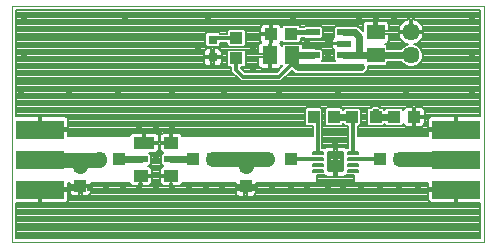
<source format=gtl>
G75*
%MOIN*%
%OFA0B0*%
%FSLAX24Y24*%
%IPPOS*%
%LPD*%
%AMOC8*
5,1,8,0,0,1.08239X$1,22.5*
%
%ADD10C,0.0000*%
%ADD11R,0.0709X0.0394*%
%ADD12R,0.0472X0.0236*%
%ADD13R,0.0472X0.0394*%
%ADD14R,0.0433X0.0394*%
%ADD15R,0.0394X0.0433*%
%ADD16R,0.0394X0.0394*%
%ADD17R,0.0472X0.0217*%
%ADD18R,0.0512X0.0591*%
%ADD19R,0.0591X0.0512*%
%ADD20C,0.0570*%
%ADD21C,0.0148*%
%ADD22C,0.0059*%
%ADD23R,0.0315X0.0315*%
%ADD24R,0.1600X0.0600*%
%ADD25C,0.0079*%
%ADD26C,0.0238*%
%ADD27C,0.0118*%
%ADD28C,0.0120*%
%ADD29C,0.0500*%
%ADD30C,0.0240*%
%ADD31C,0.0160*%
D10*
X002153Y000139D02*
X002153Y008013D01*
X017901Y008013D01*
X017901Y000139D01*
X002153Y000139D01*
D11*
X006563Y003446D03*
D12*
X006444Y002895D03*
X007468Y002895D03*
D13*
X007468Y002344D03*
X006444Y002344D03*
X007468Y003446D03*
D14*
X008196Y002895D03*
X008866Y002895D03*
X005716Y002895D03*
X005047Y002895D03*
X004437Y002679D03*
X004437Y002009D03*
X009633Y006261D03*
X009633Y006931D03*
X010795Y007069D03*
X011464Y007069D03*
X014889Y004313D03*
X015559Y004313D03*
X015086Y002895D03*
X014417Y002895D03*
D15*
X012881Y004313D03*
X012212Y004313D03*
X009948Y002679D03*
X009948Y002009D03*
D16*
X010657Y002895D03*
X011444Y002895D03*
X013492Y004313D03*
X014279Y004313D03*
D17*
X013216Y006380D03*
X013216Y006754D03*
X013216Y007128D03*
X012193Y007128D03*
X012193Y006380D03*
D18*
X011504Y006360D03*
X010756Y006360D03*
D19*
X014279Y006380D03*
X014279Y007128D03*
D20*
X015460Y007147D03*
X015460Y006360D03*
D21*
X012720Y003107D02*
X012720Y002527D01*
X012720Y003107D02*
X013162Y003107D01*
X013162Y002527D01*
X012720Y002527D01*
X012720Y002674D02*
X013162Y002674D01*
X013162Y002821D02*
X012720Y002821D01*
X012720Y002968D02*
X013162Y002968D01*
D22*
X013363Y002945D02*
X013363Y002885D01*
X013363Y002945D02*
X013699Y002945D01*
X013699Y002885D01*
X013363Y002885D01*
X013363Y002943D02*
X013699Y002943D01*
X013363Y003082D02*
X013363Y003142D01*
X013699Y003142D01*
X013699Y003082D01*
X013363Y003082D01*
X013363Y003140D02*
X013699Y003140D01*
X013363Y002748D02*
X013363Y002688D01*
X013363Y002748D02*
X013699Y002748D01*
X013699Y002688D01*
X013363Y002688D01*
X013363Y002746D02*
X013699Y002746D01*
X013363Y002551D02*
X013363Y002491D01*
X013363Y002551D02*
X013699Y002551D01*
X013699Y002491D01*
X013363Y002491D01*
X013363Y002549D02*
X013699Y002549D01*
X012182Y002551D02*
X012182Y002491D01*
X012182Y002551D02*
X012518Y002551D01*
X012518Y002491D01*
X012182Y002491D01*
X012182Y002549D02*
X012518Y002549D01*
X012182Y002688D02*
X012182Y002748D01*
X012518Y002748D01*
X012518Y002688D01*
X012182Y002688D01*
X012182Y002746D02*
X012518Y002746D01*
X012182Y002885D02*
X012182Y002945D01*
X012518Y002945D01*
X012518Y002885D01*
X012182Y002885D01*
X012182Y002943D02*
X012518Y002943D01*
X012182Y003082D02*
X012182Y003142D01*
X012518Y003142D01*
X012518Y003082D01*
X012182Y003082D01*
X012182Y003140D02*
X012518Y003140D01*
D23*
X008846Y006301D03*
X008846Y006891D03*
D24*
X003098Y003891D03*
X003098Y002891D03*
X003098Y001891D03*
X016956Y001891D03*
X016956Y002891D03*
X016956Y003891D03*
D25*
X016917Y003924D02*
X013690Y003924D01*
X013690Y003847D02*
X016017Y003847D01*
X016017Y003852D02*
X016017Y003683D01*
X013690Y003683D01*
X013690Y004016D01*
X013730Y004016D01*
X013788Y004075D01*
X013788Y004551D01*
X013730Y004609D01*
X013254Y004609D01*
X013196Y004551D01*
X013196Y004532D01*
X013178Y004532D01*
X013178Y004570D01*
X013120Y004629D01*
X012643Y004629D01*
X012585Y004570D01*
X012585Y004055D01*
X012643Y003997D01*
X013120Y003997D01*
X013178Y004055D01*
X013178Y004093D01*
X013196Y004093D01*
X013196Y004075D01*
X013254Y004016D01*
X013373Y004016D01*
X013373Y003270D01*
X013310Y003270D01*
X013305Y003265D01*
X013293Y003277D01*
X013244Y003306D01*
X013190Y003320D01*
X012980Y003320D01*
X012980Y002856D01*
X012901Y002856D01*
X012901Y003320D01*
X012691Y003320D01*
X012637Y003306D01*
X012588Y003277D01*
X012576Y003265D01*
X012571Y003270D01*
X012508Y003270D01*
X012508Y004570D01*
X012450Y004629D01*
X011974Y004629D01*
X011916Y004570D01*
X011916Y004055D01*
X011974Y003997D01*
X012192Y003997D01*
X012192Y003683D01*
X007838Y003683D01*
X007834Y003697D01*
X007816Y003729D01*
X007790Y003755D01*
X007758Y003773D01*
X007723Y003783D01*
X007507Y003783D01*
X007507Y003683D01*
X007429Y003683D01*
X007429Y003783D01*
X007214Y003783D01*
X007178Y003773D01*
X007146Y003755D01*
X007120Y003729D01*
X007102Y003697D01*
X007093Y003662D01*
X007093Y003486D01*
X007350Y003486D01*
X007350Y003407D01*
X007093Y003407D01*
X007093Y003231D01*
X007102Y003196D01*
X007120Y003164D01*
X007146Y003138D01*
X007178Y003120D01*
X007204Y003113D01*
X007191Y003113D01*
X007133Y003055D01*
X007133Y002736D01*
X007191Y002678D01*
X007204Y002678D01*
X007178Y002671D01*
X007146Y002652D01*
X007120Y002627D01*
X007102Y002595D01*
X007093Y002559D01*
X007093Y002383D01*
X007350Y002383D01*
X007350Y002305D01*
X007093Y002305D01*
X007093Y002129D01*
X007102Y002093D01*
X007120Y002062D01*
X007146Y002036D01*
X007178Y002017D01*
X007214Y002008D01*
X007429Y002008D01*
X007429Y002108D01*
X007507Y002108D01*
X007507Y002008D01*
X007723Y002008D01*
X007758Y002017D01*
X007790Y002036D01*
X007816Y002062D01*
X007834Y002093D01*
X007838Y002108D01*
X009612Y002108D01*
X009612Y002049D01*
X009909Y002049D01*
X009909Y001970D01*
X009988Y001970D01*
X009988Y002049D01*
X010285Y002049D01*
X010285Y002108D01*
X012265Y002108D01*
X012311Y002154D01*
X012311Y002363D01*
X012571Y002363D01*
X012576Y002368D01*
X012588Y002356D01*
X012637Y002328D01*
X012691Y002313D01*
X012901Y002313D01*
X012901Y002777D01*
X012980Y002777D01*
X012980Y002313D01*
X013190Y002313D01*
X013244Y002328D01*
X013293Y002356D01*
X013305Y002368D01*
X013310Y002363D01*
X013570Y002363D01*
X013570Y002154D01*
X013617Y002108D01*
X016017Y002108D01*
X016017Y001931D01*
X016917Y001931D01*
X016917Y002108D01*
X016996Y002108D01*
X016996Y001931D01*
X016917Y001931D01*
X016917Y001852D01*
X016996Y001852D01*
X016996Y001452D01*
X017762Y001452D01*
X017762Y000279D01*
X002293Y000279D01*
X002293Y001452D01*
X003059Y001452D01*
X003059Y001852D01*
X003137Y001852D01*
X003137Y001452D01*
X003916Y001452D01*
X003952Y001461D01*
X003984Y001480D01*
X004010Y001506D01*
X004028Y001538D01*
X004037Y001573D01*
X004037Y001852D01*
X003137Y001852D01*
X003137Y001931D01*
X003059Y001931D01*
X003059Y002108D01*
X003137Y002108D01*
X003137Y001931D01*
X004037Y001931D01*
X004037Y002108D01*
X004081Y002108D01*
X004081Y002049D01*
X004397Y002049D01*
X004397Y001970D01*
X004081Y001970D01*
X004081Y001794D01*
X004090Y001759D01*
X004109Y001727D01*
X004135Y001701D01*
X004166Y001683D01*
X004202Y001673D01*
X004397Y001673D01*
X004397Y001970D01*
X004476Y001970D01*
X004476Y001673D01*
X004671Y001673D01*
X004707Y001683D01*
X004739Y001701D01*
X004765Y001727D01*
X004783Y001759D01*
X004793Y001794D01*
X004793Y001970D01*
X004476Y001970D01*
X004476Y002049D01*
X004793Y002049D01*
X004793Y002108D01*
X006075Y002108D01*
X006078Y002093D01*
X006097Y002062D01*
X006123Y002036D01*
X006154Y002017D01*
X006190Y002008D01*
X006405Y002008D01*
X006405Y002108D01*
X006484Y002108D01*
X006484Y002008D01*
X006699Y002008D01*
X006735Y002017D01*
X006766Y002036D01*
X006792Y002062D01*
X006811Y002093D01*
X006820Y002129D01*
X006820Y002305D01*
X006563Y002305D01*
X006563Y002383D01*
X006820Y002383D01*
X006820Y002559D01*
X006811Y002595D01*
X006792Y002627D01*
X006766Y002652D01*
X006735Y002671D01*
X006708Y002678D01*
X006722Y002678D01*
X006780Y002736D01*
X006780Y003055D01*
X006724Y003110D01*
X006935Y003110D01*
X006971Y003120D01*
X007003Y003138D01*
X007028Y003164D01*
X007047Y003196D01*
X007056Y003231D01*
X007056Y003407D01*
X006602Y003407D01*
X006602Y003486D01*
X006563Y003486D01*
X006563Y003637D01*
X006523Y003676D01*
X006523Y003783D01*
X006190Y003783D01*
X006154Y003773D01*
X006123Y003755D01*
X006097Y003729D01*
X006078Y003697D01*
X006075Y003683D01*
X004037Y003683D01*
X004037Y003852D01*
X003137Y003852D01*
X003137Y003683D01*
X003059Y003683D01*
X003059Y003852D01*
X003137Y003852D01*
X003137Y003931D01*
X003059Y003931D01*
X003059Y004331D01*
X002293Y004331D01*
X002293Y007874D01*
X017762Y007874D01*
X017762Y004331D01*
X016996Y004331D01*
X016996Y003931D01*
X016917Y003931D01*
X016917Y004331D01*
X016138Y004331D01*
X016103Y004321D01*
X016071Y004303D01*
X016045Y004277D01*
X016026Y004245D01*
X016017Y004210D01*
X016017Y003931D01*
X016917Y003931D01*
X016917Y003852D01*
X016996Y003852D01*
X016996Y003683D01*
X016917Y003683D01*
X016917Y003852D01*
X016017Y003852D01*
X016017Y003770D02*
X013690Y003770D01*
X013690Y003692D02*
X016017Y003692D01*
X016017Y004001D02*
X015856Y004001D01*
X015861Y004004D02*
X015829Y003986D01*
X015794Y003976D01*
X015598Y003976D01*
X015598Y004273D01*
X015519Y004273D01*
X015519Y003976D01*
X015324Y003976D01*
X015288Y003986D01*
X015257Y004004D01*
X015231Y004030D01*
X015212Y004062D01*
X015205Y004088D01*
X015205Y004075D01*
X015147Y004016D01*
X014632Y004016D01*
X014574Y004074D01*
X014517Y004016D01*
X014041Y004016D01*
X013983Y004075D01*
X013983Y004551D01*
X014041Y004609D01*
X014108Y004609D01*
X014188Y004689D01*
X014370Y004689D01*
X014451Y004609D01*
X014517Y004609D01*
X014574Y004552D01*
X014632Y004609D01*
X015147Y004609D01*
X015205Y004551D01*
X015205Y004537D01*
X015212Y004563D01*
X015231Y004595D01*
X015257Y004621D01*
X015288Y004639D01*
X015324Y004649D01*
X015519Y004649D01*
X015519Y004352D01*
X015598Y004352D01*
X015598Y004649D01*
X015794Y004649D01*
X015829Y004639D01*
X015861Y004621D01*
X015887Y004595D01*
X015905Y004563D01*
X015915Y004528D01*
X015915Y004352D01*
X015598Y004352D01*
X015598Y004273D01*
X015915Y004273D01*
X015915Y004097D01*
X015905Y004062D01*
X015887Y004030D01*
X015861Y004004D01*
X015910Y004079D02*
X016017Y004079D01*
X016017Y004156D02*
X015915Y004156D01*
X015915Y004233D02*
X016023Y004233D01*
X016084Y004310D02*
X015598Y004310D01*
X015598Y004233D02*
X015519Y004233D01*
X015519Y004156D02*
X015598Y004156D01*
X015598Y004079D02*
X015519Y004079D01*
X015519Y004001D02*
X015598Y004001D01*
X015261Y004001D02*
X013690Y004001D01*
X013788Y004079D02*
X013983Y004079D01*
X013983Y004156D02*
X013788Y004156D01*
X013788Y004233D02*
X013983Y004233D01*
X013983Y004310D02*
X013788Y004310D01*
X013788Y004388D02*
X013983Y004388D01*
X013983Y004465D02*
X013788Y004465D01*
X013788Y004542D02*
X013983Y004542D01*
X014118Y004619D02*
X013129Y004619D01*
X013178Y004542D02*
X013196Y004542D01*
X012634Y004619D02*
X012459Y004619D01*
X012508Y004542D02*
X012585Y004542D01*
X012585Y004465D02*
X012508Y004465D01*
X012508Y004388D02*
X012585Y004388D01*
X012585Y004310D02*
X012508Y004310D01*
X012508Y004233D02*
X012585Y004233D01*
X012585Y004156D02*
X012508Y004156D01*
X012508Y004079D02*
X012585Y004079D01*
X012639Y004001D02*
X012508Y004001D01*
X012508Y003924D02*
X013373Y003924D01*
X013373Y003847D02*
X012508Y003847D01*
X012508Y003770D02*
X013373Y003770D01*
X013373Y003692D02*
X012508Y003692D01*
X012508Y003615D02*
X013373Y003615D01*
X013373Y003538D02*
X012508Y003538D01*
X012508Y003461D02*
X013373Y003461D01*
X013373Y003383D02*
X012508Y003383D01*
X012508Y003306D02*
X012639Y003306D01*
X012901Y003306D02*
X012980Y003306D01*
X012980Y003229D02*
X012901Y003229D01*
X012901Y003152D02*
X012980Y003152D01*
X012980Y003075D02*
X012901Y003075D01*
X012901Y002997D02*
X012980Y002997D01*
X012980Y002920D02*
X012901Y002920D01*
X012901Y002766D02*
X012980Y002766D01*
X012980Y002688D02*
X012901Y002688D01*
X012901Y002611D02*
X012980Y002611D01*
X012980Y002534D02*
X012901Y002534D01*
X012901Y002457D02*
X012980Y002457D01*
X012980Y002379D02*
X012901Y002379D01*
X012311Y002302D02*
X013570Y002302D01*
X013570Y002225D02*
X012311Y002225D01*
X012304Y002148D02*
X013577Y002148D01*
X013373Y003306D02*
X013242Y003306D01*
X013124Y004001D02*
X013373Y004001D01*
X013196Y004079D02*
X013178Y004079D01*
X012192Y003924D02*
X003137Y003924D01*
X003137Y003931D02*
X004037Y003931D01*
X004037Y004210D01*
X004028Y004245D01*
X004010Y004277D01*
X003984Y004303D01*
X003952Y004321D01*
X003916Y004331D01*
X003137Y004331D01*
X003137Y003931D01*
X003137Y004001D02*
X003059Y004001D01*
X003059Y004079D02*
X003137Y004079D01*
X003137Y004156D02*
X003059Y004156D01*
X003059Y004233D02*
X003137Y004233D01*
X003137Y004310D02*
X003059Y004310D01*
X002293Y004388D02*
X011916Y004388D01*
X011916Y004465D02*
X002293Y004465D01*
X002293Y004542D02*
X011916Y004542D01*
X011965Y004619D02*
X002293Y004619D01*
X002293Y004697D02*
X017762Y004697D01*
X017762Y004774D02*
X002293Y004774D01*
X002293Y004851D02*
X017762Y004851D01*
X017762Y004928D02*
X002293Y004928D01*
X002293Y005006D02*
X017762Y005006D01*
X017762Y005083D02*
X002293Y005083D01*
X002293Y005160D02*
X017762Y005160D01*
X017762Y005237D02*
X002293Y005237D01*
X002293Y005314D02*
X017762Y005314D01*
X017762Y005392D02*
X002293Y005392D01*
X002293Y005469D02*
X017762Y005469D01*
X017762Y005546D02*
X011170Y005546D01*
X011116Y005493D02*
X011480Y005856D01*
X011590Y005747D01*
X013898Y005747D01*
X014026Y005875D01*
X014026Y006024D01*
X014616Y006024D01*
X014674Y006082D01*
X014674Y006140D01*
X015136Y006140D01*
X015243Y006034D01*
X015384Y005975D01*
X015537Y005975D01*
X015678Y006034D01*
X015786Y006142D01*
X015845Y006283D01*
X015845Y006436D01*
X015786Y006578D01*
X015678Y006686D01*
X015561Y006734D01*
X015623Y006754D01*
X015683Y006784D01*
X015737Y006824D01*
X015784Y006871D01*
X015823Y006925D01*
X015854Y006984D01*
X015874Y007048D01*
X015885Y007114D01*
X015885Y007118D01*
X015490Y007118D01*
X015490Y007177D01*
X015431Y007177D01*
X015431Y007572D01*
X015427Y007572D01*
X015361Y007561D01*
X015297Y007541D01*
X015238Y007510D01*
X015184Y007471D01*
X015137Y007424D01*
X015097Y007370D01*
X015067Y007310D01*
X015046Y007247D01*
X015036Y007181D01*
X015036Y007177D01*
X015431Y007177D01*
X015431Y007118D01*
X015036Y007118D01*
X015036Y007114D01*
X015046Y007048D01*
X015067Y006984D01*
X015097Y006925D01*
X015137Y006871D01*
X015184Y006824D01*
X015238Y006784D01*
X015297Y006754D01*
X015359Y006734D01*
X015243Y006686D01*
X015136Y006579D01*
X014674Y006579D01*
X014674Y006677D01*
X014616Y006735D01*
X014602Y006735D01*
X014628Y006742D01*
X014660Y006760D01*
X014686Y006786D01*
X014704Y006818D01*
X014714Y006853D01*
X014714Y007088D01*
X014319Y007088D01*
X014319Y007167D01*
X014714Y007167D01*
X014714Y007402D01*
X014704Y007437D01*
X014686Y007469D01*
X014660Y007495D01*
X014628Y007513D01*
X014593Y007523D01*
X014319Y007523D01*
X014319Y007167D01*
X014240Y007167D01*
X014240Y007523D01*
X013966Y007523D01*
X013930Y007513D01*
X013898Y007495D01*
X013872Y007469D01*
X013854Y007437D01*
X013844Y007402D01*
X013844Y007183D01*
X013819Y007209D01*
X013681Y007347D01*
X013125Y007347D01*
X013114Y007335D01*
X012939Y007335D01*
X012881Y007277D01*
X012881Y006978D01*
X012890Y006969D01*
X012868Y006947D01*
X012850Y006916D01*
X012841Y006880D01*
X012841Y006768D01*
X013201Y006768D01*
X013201Y006739D01*
X012841Y006739D01*
X012841Y006627D01*
X012850Y006591D01*
X012868Y006560D01*
X012890Y006538D01*
X012881Y006529D01*
X012881Y006230D01*
X012925Y006186D01*
X012484Y006186D01*
X012528Y006230D01*
X012528Y006529D01*
X012470Y006587D01*
X012295Y006587D01*
X012283Y006599D01*
X011859Y006599D01*
X011859Y006696D01*
X011801Y006754D01*
X011206Y006754D01*
X011148Y006696D01*
X011148Y006683D01*
X011141Y006709D01*
X011123Y006741D01*
X011100Y006763D01*
X011123Y006786D01*
X011141Y006818D01*
X011148Y006844D01*
X011148Y006830D01*
X011206Y006772D01*
X011722Y006772D01*
X011780Y006830D01*
X011780Y006948D01*
X011887Y006948D01*
X011915Y006920D01*
X012470Y006920D01*
X012528Y006978D01*
X012528Y007277D01*
X012470Y007335D01*
X011915Y007335D01*
X011887Y007307D01*
X011780Y007307D01*
X011722Y007365D01*
X011206Y007365D01*
X011148Y007307D01*
X011148Y007293D01*
X011141Y007319D01*
X011123Y007351D01*
X011097Y007377D01*
X011065Y007395D01*
X011030Y007405D01*
X010834Y007405D01*
X010834Y007108D01*
X010756Y007108D01*
X010756Y007405D01*
X010560Y007405D01*
X010525Y007395D01*
X010493Y007377D01*
X010467Y007351D01*
X010448Y007319D01*
X010439Y007284D01*
X010439Y007108D01*
X010756Y007108D01*
X010756Y007029D01*
X010834Y007029D01*
X010834Y006794D01*
X010795Y006794D01*
X010795Y006399D01*
X010716Y006399D01*
X010716Y006320D01*
X010795Y006320D01*
X010795Y005925D01*
X011030Y005925D01*
X011065Y005935D01*
X011097Y005953D01*
X011123Y005979D01*
X011141Y006011D01*
X011148Y006037D01*
X011148Y006023D01*
X011174Y005998D01*
X010985Y005810D01*
X009935Y005810D01*
X009792Y005953D01*
X009792Y005965D01*
X009891Y005965D01*
X009949Y006023D01*
X009949Y006499D01*
X009891Y006558D01*
X009376Y006558D01*
X009318Y006499D01*
X009318Y006023D01*
X009376Y005965D01*
X009475Y005965D01*
X009475Y005822D01*
X009711Y005586D01*
X009804Y005493D01*
X011116Y005493D01*
X011247Y005623D02*
X017762Y005623D01*
X017762Y005701D02*
X011324Y005701D01*
X011402Y005778D02*
X011559Y005778D01*
X011481Y005855D02*
X011479Y005855D01*
X011162Y006010D02*
X011141Y006010D01*
X011108Y005932D02*
X011057Y005932D01*
X011031Y005855D02*
X009890Y005855D01*
X009813Y005932D02*
X010454Y005932D01*
X010446Y005935D02*
X010481Y005925D01*
X010716Y005925D01*
X010716Y006320D01*
X010360Y006320D01*
X010360Y006046D01*
X010370Y006011D01*
X010388Y005979D01*
X010414Y005953D01*
X010446Y005935D01*
X010370Y006010D02*
X009936Y006010D01*
X009949Y006087D02*
X010360Y006087D01*
X010360Y006164D02*
X009949Y006164D01*
X009949Y006241D02*
X010360Y006241D01*
X010360Y006319D02*
X009949Y006319D01*
X009949Y006396D02*
X010716Y006396D01*
X010716Y006399D02*
X010360Y006399D01*
X010360Y006673D01*
X010370Y006709D01*
X010388Y006741D01*
X010414Y006767D01*
X010446Y006785D01*
X010465Y006790D01*
X010448Y006818D01*
X010439Y006853D01*
X010439Y007029D01*
X010756Y007029D01*
X010756Y006732D01*
X010716Y006732D01*
X010716Y006399D01*
X010716Y006473D02*
X010795Y006473D01*
X010795Y006550D02*
X010716Y006550D01*
X010716Y006628D02*
X010795Y006628D01*
X010795Y006705D02*
X010716Y006705D01*
X010756Y006782D02*
X010795Y006782D01*
X010756Y006859D02*
X010834Y006859D01*
X010834Y006937D02*
X010756Y006937D01*
X010756Y007014D02*
X010834Y007014D01*
X010756Y007091D02*
X009949Y007091D01*
X009949Y007014D02*
X010439Y007014D01*
X010439Y006937D02*
X009949Y006937D01*
X009949Y006859D02*
X010439Y006859D01*
X010441Y006782D02*
X009949Y006782D01*
X009949Y006705D02*
X010369Y006705D01*
X010360Y006628D02*
X002293Y006628D01*
X002293Y006705D02*
X008589Y006705D01*
X008589Y006693D02*
X008647Y006634D01*
X009045Y006634D01*
X009103Y006693D01*
X009103Y006772D01*
X009318Y006772D01*
X009318Y006693D01*
X009376Y006634D01*
X009891Y006634D01*
X009949Y006693D01*
X009949Y007169D01*
X009891Y007227D01*
X009376Y007227D01*
X009318Y007169D01*
X009318Y007089D01*
X009103Y007089D01*
X009103Y007090D01*
X009045Y007148D01*
X008647Y007148D01*
X008589Y007090D01*
X008589Y006693D01*
X008589Y006782D02*
X002293Y006782D01*
X002293Y006859D02*
X008589Y006859D01*
X008589Y006937D02*
X002293Y006937D01*
X002293Y007014D02*
X008589Y007014D01*
X008590Y007091D02*
X002293Y007091D01*
X002293Y007168D02*
X009318Y007168D01*
X009318Y007091D02*
X009102Y007091D01*
X009103Y006705D02*
X009318Y006705D01*
X009368Y006550D02*
X009109Y006550D01*
X009115Y006544D02*
X009089Y006570D01*
X009057Y006588D01*
X009022Y006598D01*
X008885Y006598D01*
X008885Y006340D01*
X008807Y006340D01*
X008807Y006598D01*
X008670Y006598D01*
X008635Y006588D01*
X008603Y006570D01*
X008577Y006544D01*
X008559Y006512D01*
X008549Y006477D01*
X008549Y006340D01*
X008807Y006340D01*
X008807Y006261D01*
X008885Y006261D01*
X008885Y006004D01*
X009022Y006004D01*
X009057Y006013D01*
X009089Y006032D01*
X009115Y006058D01*
X009133Y006090D01*
X009143Y006125D01*
X009143Y006261D01*
X008885Y006261D01*
X008885Y006340D01*
X009143Y006340D01*
X009143Y006477D01*
X009133Y006512D01*
X009115Y006544D01*
X009143Y006473D02*
X009318Y006473D01*
X009318Y006396D02*
X009143Y006396D01*
X009143Y006241D02*
X009318Y006241D01*
X009318Y006164D02*
X009143Y006164D01*
X009132Y006087D02*
X009318Y006087D01*
X009331Y006010D02*
X009043Y006010D01*
X008885Y006010D02*
X008807Y006010D01*
X008807Y006004D02*
X008670Y006004D01*
X008635Y006013D01*
X008603Y006032D01*
X008577Y006058D01*
X008559Y006090D01*
X008549Y006125D01*
X008549Y006261D01*
X008807Y006261D01*
X008807Y006004D01*
X008807Y006087D02*
X008885Y006087D01*
X008885Y006164D02*
X008807Y006164D01*
X008807Y006241D02*
X008885Y006241D01*
X008885Y006319D02*
X009318Y006319D01*
X008885Y006396D02*
X008807Y006396D01*
X008807Y006473D02*
X008885Y006473D01*
X008885Y006550D02*
X008807Y006550D01*
X008584Y006550D02*
X002293Y006550D01*
X002293Y006473D02*
X008549Y006473D01*
X008549Y006396D02*
X002293Y006396D01*
X002293Y006319D02*
X008807Y006319D01*
X008549Y006241D02*
X002293Y006241D01*
X002293Y006164D02*
X008549Y006164D01*
X008560Y006087D02*
X002293Y006087D01*
X002293Y006010D02*
X008649Y006010D01*
X009475Y005932D02*
X002293Y005932D01*
X002293Y005855D02*
X009475Y005855D01*
X009519Y005778D02*
X002293Y005778D01*
X002293Y005701D02*
X009596Y005701D01*
X009673Y005623D02*
X002293Y005623D01*
X002293Y005546D02*
X009751Y005546D01*
X010716Y005932D02*
X010795Y005932D01*
X010795Y006010D02*
X010716Y006010D01*
X010716Y006087D02*
X010795Y006087D01*
X010795Y006164D02*
X010716Y006164D01*
X010716Y006241D02*
X010795Y006241D01*
X010795Y006319D02*
X010716Y006319D01*
X010360Y006473D02*
X009949Y006473D01*
X009898Y006550D02*
X010360Y006550D01*
X011119Y006782D02*
X011197Y006782D01*
X011157Y006705D02*
X011142Y006705D01*
X011732Y006782D02*
X012841Y006782D01*
X012841Y006705D02*
X011850Y006705D01*
X011859Y006628D02*
X012841Y006628D01*
X012878Y006550D02*
X012507Y006550D01*
X012528Y006473D02*
X012881Y006473D01*
X012881Y006396D02*
X012528Y006396D01*
X012528Y006319D02*
X012881Y006319D01*
X012881Y006241D02*
X012528Y006241D01*
X012841Y006859D02*
X011780Y006859D01*
X011780Y006937D02*
X011899Y006937D01*
X011903Y007323D02*
X011764Y007323D01*
X011164Y007323D02*
X011139Y007323D01*
X011048Y007400D02*
X013844Y007400D01*
X013844Y007323D02*
X013705Y007323D01*
X013782Y007245D02*
X013844Y007245D01*
X013881Y007477D02*
X002293Y007477D01*
X002293Y007400D02*
X010542Y007400D01*
X010451Y007323D02*
X002293Y007323D01*
X002293Y007245D02*
X010439Y007245D01*
X010439Y007168D02*
X009949Y007168D01*
X010756Y007168D02*
X010834Y007168D01*
X010834Y007245D02*
X010756Y007245D01*
X010756Y007323D02*
X010834Y007323D01*
X010834Y007400D02*
X010756Y007400D01*
X012482Y007323D02*
X012926Y007323D01*
X012881Y007245D02*
X012528Y007245D01*
X012528Y007168D02*
X012881Y007168D01*
X012881Y007091D02*
X012528Y007091D01*
X012528Y007014D02*
X012881Y007014D01*
X012862Y006937D02*
X012487Y006937D01*
X014240Y007168D02*
X014319Y007168D01*
X014319Y007091D02*
X015039Y007091D01*
X015057Y007014D02*
X014714Y007014D01*
X014714Y006937D02*
X015091Y006937D01*
X015148Y006859D02*
X014714Y006859D01*
X014682Y006782D02*
X015242Y006782D01*
X015289Y006705D02*
X014646Y006705D01*
X014674Y006628D02*
X015184Y006628D01*
X015632Y006705D02*
X017762Y006705D01*
X017762Y006782D02*
X015678Y006782D01*
X015772Y006859D02*
X017762Y006859D01*
X017762Y006937D02*
X015829Y006937D01*
X015863Y007014D02*
X017762Y007014D01*
X017762Y007091D02*
X015881Y007091D01*
X015885Y007177D02*
X015885Y007181D01*
X015874Y007247D01*
X015854Y007310D01*
X015823Y007370D01*
X015784Y007424D01*
X015737Y007471D01*
X015683Y007510D01*
X015623Y007541D01*
X015560Y007561D01*
X015494Y007572D01*
X015490Y007572D01*
X015490Y007177D01*
X015885Y007177D01*
X015874Y007245D02*
X017762Y007245D01*
X017762Y007168D02*
X015490Y007168D01*
X015431Y007168D02*
X014714Y007168D01*
X014714Y007245D02*
X015046Y007245D01*
X015073Y007323D02*
X014714Y007323D01*
X014714Y007400D02*
X015119Y007400D01*
X015192Y007477D02*
X014678Y007477D01*
X014319Y007477D02*
X014240Y007477D01*
X014240Y007400D02*
X014319Y007400D01*
X014319Y007323D02*
X014240Y007323D01*
X014240Y007245D02*
X014319Y007245D01*
X015340Y007554D02*
X002293Y007554D01*
X002293Y007632D02*
X017762Y007632D01*
X017762Y007709D02*
X002293Y007709D01*
X002293Y007786D02*
X017762Y007786D01*
X017762Y007863D02*
X002293Y007863D01*
X003971Y004310D02*
X011916Y004310D01*
X011916Y004233D02*
X004031Y004233D01*
X004037Y004156D02*
X011916Y004156D01*
X011916Y004079D02*
X004037Y004079D01*
X004037Y004001D02*
X011969Y004001D01*
X012192Y003847D02*
X004037Y003847D01*
X004037Y003770D02*
X006148Y003770D01*
X006077Y003692D02*
X004037Y003692D01*
X003137Y003692D02*
X003059Y003692D01*
X003059Y003770D02*
X003137Y003770D01*
X003137Y003847D02*
X003059Y003847D01*
X003059Y002070D02*
X003137Y002070D01*
X003137Y001993D02*
X003059Y001993D01*
X003137Y001916D02*
X004081Y001916D01*
X004081Y001839D02*
X004037Y001839D01*
X004037Y001761D02*
X004090Y001761D01*
X004037Y001684D02*
X004164Y001684D01*
X004037Y001607D02*
X016017Y001607D01*
X016017Y001573D02*
X016026Y001538D01*
X016045Y001506D01*
X016071Y001480D01*
X016103Y001461D01*
X016138Y001452D01*
X016917Y001452D01*
X016917Y001852D01*
X016017Y001852D01*
X016017Y001573D01*
X016031Y001530D02*
X004023Y001530D01*
X003918Y001452D02*
X016136Y001452D01*
X016017Y001684D02*
X010234Y001684D01*
X010231Y001681D02*
X010257Y001707D01*
X010275Y001739D01*
X010285Y001775D01*
X010285Y001970D01*
X009988Y001970D01*
X009988Y001654D01*
X010164Y001654D01*
X010199Y001663D01*
X010231Y001681D01*
X010281Y001761D02*
X016017Y001761D01*
X016017Y001839D02*
X010285Y001839D01*
X010285Y001916D02*
X016917Y001916D01*
X016917Y001993D02*
X016996Y001993D01*
X016996Y002070D02*
X016917Y002070D01*
X016917Y001839D02*
X016996Y001839D01*
X016996Y001761D02*
X016917Y001761D01*
X016917Y001684D02*
X016996Y001684D01*
X016996Y001607D02*
X016917Y001607D01*
X016917Y001530D02*
X016996Y001530D01*
X016996Y001452D02*
X016917Y001452D01*
X017762Y001375D02*
X002293Y001375D01*
X002293Y001298D02*
X017762Y001298D01*
X017762Y001221D02*
X002293Y001221D01*
X002293Y001143D02*
X017762Y001143D01*
X017762Y001066D02*
X002293Y001066D01*
X002293Y000989D02*
X017762Y000989D01*
X017762Y000912D02*
X002293Y000912D01*
X002293Y000835D02*
X017762Y000835D01*
X017762Y000757D02*
X002293Y000757D01*
X002293Y000680D02*
X017762Y000680D01*
X017762Y000603D02*
X002293Y000603D01*
X002293Y000526D02*
X017762Y000526D01*
X017762Y000448D02*
X002293Y000448D01*
X002293Y000371D02*
X017762Y000371D01*
X017762Y000294D02*
X002293Y000294D01*
X003059Y001452D02*
X003137Y001452D01*
X003137Y001530D02*
X003059Y001530D01*
X003059Y001607D02*
X003137Y001607D01*
X003137Y001684D02*
X003059Y001684D01*
X003059Y001761D02*
X003137Y001761D01*
X003137Y001839D02*
X003059Y001839D01*
X004037Y001993D02*
X004397Y001993D01*
X004397Y001916D02*
X004476Y001916D01*
X004476Y001993D02*
X009909Y001993D01*
X009909Y001970D02*
X009612Y001970D01*
X009612Y001775D01*
X009622Y001739D01*
X009640Y001707D01*
X009666Y001681D01*
X009698Y001663D01*
X009733Y001654D01*
X009909Y001654D01*
X009909Y001970D01*
X009909Y001916D02*
X009988Y001916D01*
X009988Y001993D02*
X016017Y001993D01*
X016017Y002070D02*
X010285Y002070D01*
X009988Y001839D02*
X009909Y001839D01*
X009909Y001761D02*
X009988Y001761D01*
X009988Y001684D02*
X009909Y001684D01*
X009663Y001684D02*
X004709Y001684D01*
X004784Y001761D02*
X009616Y001761D01*
X009612Y001839D02*
X004793Y001839D01*
X004793Y001916D02*
X009612Y001916D01*
X009612Y002070D02*
X007821Y002070D01*
X007507Y002070D02*
X007429Y002070D01*
X007115Y002070D02*
X006797Y002070D01*
X006820Y002148D02*
X007093Y002148D01*
X007093Y002225D02*
X006820Y002225D01*
X006820Y002302D02*
X007093Y002302D01*
X007350Y002379D02*
X006563Y002379D01*
X006820Y002457D02*
X007093Y002457D01*
X007093Y002534D02*
X006820Y002534D01*
X006801Y002611D02*
X007111Y002611D01*
X007180Y002688D02*
X006732Y002688D01*
X006780Y002766D02*
X007133Y002766D01*
X007133Y002843D02*
X006780Y002843D01*
X006780Y002920D02*
X007133Y002920D01*
X007133Y002997D02*
X006780Y002997D01*
X006760Y003075D02*
X007152Y003075D01*
X007133Y003152D02*
X007016Y003152D01*
X007056Y003229D02*
X007093Y003229D01*
X007093Y003306D02*
X007056Y003306D01*
X007056Y003383D02*
X007093Y003383D01*
X007056Y003486D02*
X007056Y003662D01*
X007047Y003697D01*
X007028Y003729D01*
X007003Y003755D01*
X006971Y003773D01*
X006935Y003783D01*
X006602Y003783D01*
X006602Y003486D01*
X007056Y003486D01*
X007056Y003538D02*
X007093Y003538D01*
X007093Y003615D02*
X007056Y003615D01*
X007048Y003692D02*
X007101Y003692D01*
X007172Y003770D02*
X006977Y003770D01*
X006602Y003770D02*
X006523Y003770D01*
X006523Y003692D02*
X006602Y003692D01*
X006602Y003615D02*
X006563Y003615D01*
X006563Y003538D02*
X006602Y003538D01*
X006602Y003461D02*
X007350Y003461D01*
X007429Y003692D02*
X007507Y003692D01*
X007507Y003770D02*
X007429Y003770D01*
X007764Y003770D02*
X012192Y003770D01*
X012192Y003692D02*
X007835Y003692D01*
X006484Y002070D02*
X006405Y002070D01*
X006092Y002070D02*
X004793Y002070D01*
X004476Y001839D02*
X004397Y001839D01*
X004397Y001761D02*
X004476Y001761D01*
X004476Y001684D02*
X004397Y001684D01*
X004081Y002070D02*
X004037Y002070D01*
X013929Y005778D02*
X017762Y005778D01*
X017762Y005855D02*
X014006Y005855D01*
X014026Y005932D02*
X017762Y005932D01*
X017762Y006010D02*
X015619Y006010D01*
X015731Y006087D02*
X017762Y006087D01*
X017762Y006164D02*
X015795Y006164D01*
X015827Y006241D02*
X017762Y006241D01*
X017762Y006319D02*
X015845Y006319D01*
X015845Y006396D02*
X017762Y006396D01*
X017762Y006473D02*
X015829Y006473D01*
X015797Y006550D02*
X017762Y006550D01*
X017762Y006628D02*
X015736Y006628D01*
X015490Y007245D02*
X015431Y007245D01*
X015431Y007323D02*
X015490Y007323D01*
X015490Y007400D02*
X015431Y007400D01*
X015431Y007477D02*
X015490Y007477D01*
X015490Y007554D02*
X015431Y007554D01*
X015580Y007554D02*
X017762Y007554D01*
X017762Y007477D02*
X015728Y007477D01*
X015801Y007400D02*
X017762Y007400D01*
X017762Y007323D02*
X015847Y007323D01*
X015190Y006087D02*
X014674Y006087D01*
X015301Y006010D02*
X014026Y006010D01*
X014440Y004619D02*
X015255Y004619D01*
X015207Y004542D02*
X015205Y004542D01*
X015519Y004542D02*
X015598Y004542D01*
X015598Y004465D02*
X015519Y004465D01*
X015519Y004388D02*
X015598Y004388D01*
X015915Y004388D02*
X017762Y004388D01*
X017762Y004465D02*
X015915Y004465D01*
X015911Y004542D02*
X017762Y004542D01*
X017762Y004619D02*
X015862Y004619D01*
X015598Y004619D02*
X015519Y004619D01*
X015208Y004079D02*
X015205Y004079D01*
X016917Y004079D02*
X016996Y004079D01*
X016996Y004156D02*
X016917Y004156D01*
X016917Y004233D02*
X016996Y004233D01*
X016996Y004310D02*
X016917Y004310D01*
X016917Y004001D02*
X016996Y004001D01*
X016996Y003847D02*
X016917Y003847D01*
X016917Y003770D02*
X016996Y003770D01*
X016996Y003692D02*
X016917Y003692D01*
D26*
X016956Y003840D03*
X016326Y003840D03*
X015696Y003840D03*
X015067Y003840D03*
X014437Y003840D03*
X013807Y003840D03*
X013177Y003840D03*
X012941Y003525D03*
X012704Y003840D03*
X011996Y003840D03*
X011444Y003840D03*
X010815Y003840D03*
X010263Y003840D03*
X009712Y003840D03*
X009161Y003840D03*
X008610Y003840D03*
X008059Y003840D03*
X007507Y003919D03*
X006956Y003919D03*
X006405Y003919D03*
X005854Y003840D03*
X005303Y003840D03*
X004752Y003840D03*
X004200Y003840D03*
X003649Y003840D03*
X003098Y003840D03*
X002468Y003840D03*
X002468Y005179D03*
X004043Y005179D03*
X005696Y005179D03*
X007507Y005179D03*
X009240Y005179D03*
X010185Y005966D03*
X010185Y006517D03*
X010342Y007226D03*
X011523Y007620D03*
X012704Y007226D03*
X012704Y006754D03*
X011996Y006754D03*
X012704Y006281D03*
X013807Y005966D03*
X013019Y005179D03*
X014279Y004470D03*
X015303Y005179D03*
X017507Y005179D03*
X017507Y006439D03*
X017507Y007620D03*
X014909Y007620D03*
X014279Y007620D03*
X013728Y007620D03*
X011051Y005179D03*
X008374Y006596D03*
X008689Y007620D03*
X005933Y007620D03*
X002547Y007620D03*
X002547Y006439D03*
X006956Y002895D03*
X005854Y001950D03*
X005303Y001950D03*
X004752Y001950D03*
X004200Y001950D03*
X003649Y001950D03*
X003098Y001950D03*
X002468Y001950D03*
X002468Y000612D03*
X004043Y000612D03*
X005696Y000612D03*
X007507Y000612D03*
X009240Y000612D03*
X011051Y000612D03*
X013019Y000612D03*
X015303Y000612D03*
X015067Y001950D03*
X014437Y001950D03*
X013807Y001950D03*
X013177Y001950D03*
X012704Y001950D03*
X011996Y001950D03*
X011444Y001950D03*
X010815Y001950D03*
X010263Y001950D03*
X009712Y001950D03*
X009161Y001950D03*
X008610Y001950D03*
X008059Y001950D03*
X007507Y001872D03*
X006956Y001872D03*
X006405Y001872D03*
X012941Y002580D03*
X012941Y003053D03*
X015696Y001950D03*
X016326Y001950D03*
X016956Y001950D03*
X017507Y001950D03*
X017507Y000612D03*
X017507Y003840D03*
D27*
X013531Y004273D02*
X013531Y003112D01*
X012350Y003112D02*
X012350Y004175D01*
X012212Y004313D01*
X013492Y004313D02*
X013531Y004273D01*
X011523Y006124D02*
X011051Y005651D01*
X009870Y005651D01*
X009633Y005887D01*
X009633Y006261D01*
X008885Y006931D02*
X008846Y006891D01*
X008885Y006931D02*
X009633Y006931D01*
X003649Y003840D02*
X003098Y003840D01*
X002468Y003840D01*
X002468Y001950D02*
X003098Y001950D01*
X003649Y001950D01*
D28*
X011444Y002895D02*
X011464Y002915D01*
X012350Y002915D01*
X013531Y002915D02*
X014397Y002915D01*
X014417Y002895D01*
X016326Y001950D02*
X016956Y001950D01*
X017507Y001950D01*
X017507Y003840D02*
X016956Y003840D01*
X016326Y003840D01*
D29*
X016952Y002895D02*
X015086Y002895D01*
X016952Y002895D02*
X016956Y002891D01*
X010657Y002895D02*
X010027Y002895D01*
X009948Y002817D01*
X009948Y002679D01*
X010027Y002895D02*
X008866Y002895D01*
X005047Y002895D02*
X005043Y002891D01*
X004437Y002891D01*
X004437Y002679D01*
X004437Y002891D02*
X003098Y002891D01*
D30*
X005716Y002895D02*
X006444Y002895D01*
X007468Y002895D02*
X008196Y002895D01*
X012881Y004313D02*
X013492Y004313D01*
X014279Y004313D02*
X014889Y004313D01*
X014279Y004313D02*
X014279Y004470D01*
X013807Y005966D02*
X011681Y005966D01*
X011523Y006124D01*
X011523Y006340D01*
X011504Y006360D01*
X011523Y006380D01*
X012193Y006380D01*
X013216Y006380D02*
X013728Y006380D01*
X014279Y006380D01*
X014299Y006360D01*
X015460Y006360D01*
X013728Y006380D02*
X013728Y006990D01*
X013590Y007128D01*
X013216Y007128D01*
D31*
X012193Y007128D02*
X011523Y007128D01*
X011464Y007069D01*
M02*

</source>
